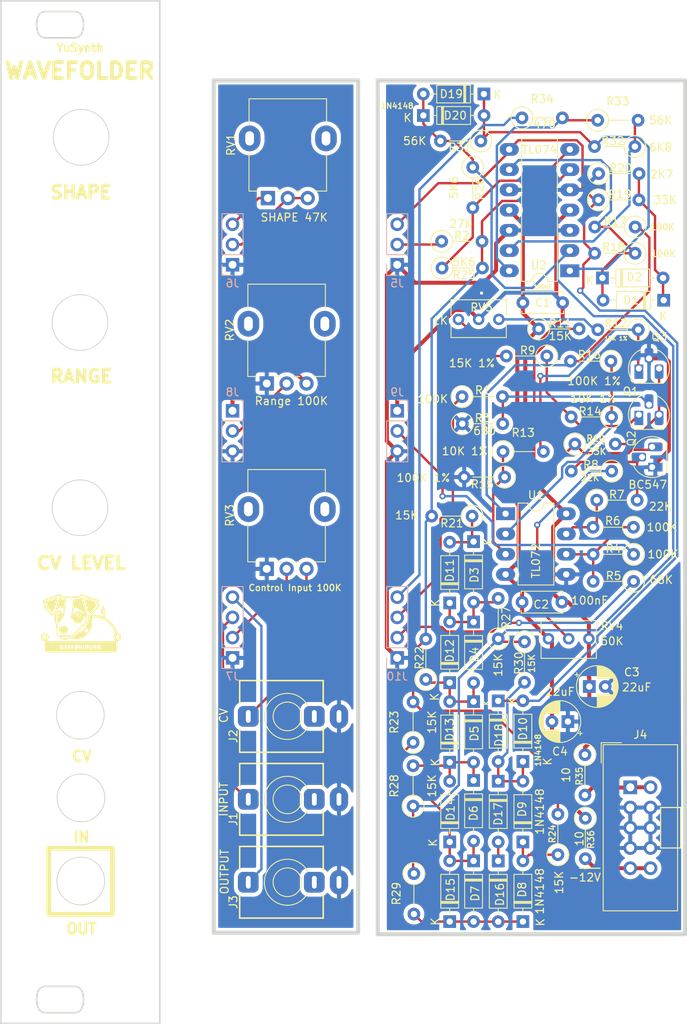
<source format=kicad_pcb>
(kicad_pcb (version 20211014) (generator pcbnew)
  (layers (0 "F.Cu" signal) (31 "B.Cu" signal) (34 "B.Paste" user) (35 "F.Paste" user) (36 "B.SilkS" user "B.Silkscreen") (37 "F.SilkS" user "F.Silkscreen") (38 "B.Mask" user) (39 "F.Mask" user) (44 "Edge.Cuts" user))
  (net 0 "")
  (net 1 "+12V")
  (net 2 "-12V")
  (net 3 "Net-(D1-Pad1)")
  (net 4 "Net-(D1-Pad2)")
  (net 5 "Net-(D11-Pad2)")
  (net 6 "Net-(D11-Pad1)")
  (net 7 "Net-(D12-Pad1)")
  (net 8 "Net-(D13-Pad1)")
  (net 9 "Net-(D14-Pad1)")
  (net 10 "Net-(D15-Pad1)")
  (net 11 "Net-(D8-Pad2)")
  (net 12 "Net-(D10-Pad1)")
  (net 13 "SHAPE CW-MainB")
  (net 14 "Net-(D16-Pad1)")
  (net 15 "Net-(D19-Pad1)")
  (net 16 "Net-(D19-Pad2)")
  (net 17 "GND")
  (net 18 "INPUT-CtrlB")
  (net 20 "Net-(J2-PadT)")
  (net 22 "OUTPUT-CtrlB")
  (net 24 "Net-(J4-Pad1)")
  (net 25 "Net-(J4-Pad10)")
  (net 26 "Net-(Q1-Pad1)")
  (net 27 "Net-(Q1-Pad2)")
  (net 28 "Net-(Q1-Pad3)")
  (net 29 "Net-(Q2-Pad2)")
  (net 30 "Net-(Q2-Pad3)")
  (net 31 "Net-(Q3-Pad1)")
  (net 32 "SHAPE WP-MainB")
  (net 33 "SHAPE WP-CtrlB")
  (net 34 "SHAPE CW-CtrlB")
  (net 35 "Net-(R4-Pad2)")
  (net 36 "CV-CtrlB")
  (net 37 "Net-(R6-Pad2)")
  (net 38 "Net-(R8-Pad1)")
  (net 39 "Net-(R9-Pad2)")
  (net 40 "Net-(R12-Pad2)")
  (net 41 "Net-(R13-Pad1)")
  (net 42 "Net-(R14-Pad1)")
  (net 43 "Net-(R16-Pad2)")
  (net 44 "Net-(R25-Pad1)")
  (net 45 "Net-(R32-Pad1)")
  (net 46 "Net-(R33-Pad1)")
  (net 47 "RANGE-CtrlB")
  (net 48 "RANGE-MainB")
  (net 49 "OUTPUT-MainB")
  (net 50 "INPUT-MainB")
  (net 51 "CV-MainB")
  (net 52 "Net-(R2-Pad2)")
  (footprint "Audio_Jack:Jack_3.5mm_QingPu_WQP-PJ398SM_Vertical" (layer "F.Cu") (at 57.4 122.56125 90)
    (fp_text reference "J1")
    (fp_text value "INPUT")
  )
  (footprint "Resistor_THT:R_Axial_DIN0207_L6.3mm_D2.5mm_P5.08mm_Vertical" (layer "F.Cu") (at 96.285 85)
    (fp_text reference "R7")
    (fp_text value "22K")
  )
  (footprint "Diode_THT:D_DO-35_SOD27_P7.62mm_Horizontal" (layer "F.Cu") (at 80.8 130.29 -90)
    (fp_text reference "D7")
    (fp_text value "1N4148")
  )
  (footprint "Potentiometer_THT:Potentiometer_Bourns_3266Y_Vertical" (layer "F.Cu") (at 78.9 62.3 180)
    (fp_text reference "RV5")
    (fp_text value "1K")
  )
  (footprint "Resistor_THT:R_Axial_DIN0207_L6.3mm_D2.5mm_P5.08mm_Vertical" (layer "F.Cu") (at 74.8 107.515 90)
    (fp_text reference "R22")
    (fp_text value "15K")
  )
  (footprint "Diode_THT:D_DO-35_SOD27_P7.62mm_Horizontal" (layer "F.Cu") (at 80.8 120.19 -90)
    (fp_text reference "D6")
    (fp_text value "1N4148")
  )
  (footprint "Potentiometer_THT:Potentiometer_Alpha_RD901F-40-00D_Single_Vertical" (layer "F.Cu") (at 54.8 70.35 90)
    (fp_text reference "RV2")
    (fp_text value "Range 100K")
  )
  (footprint "Package_TO_SOT_THT:TO-92_HandSolder" (layer "F.Cu") (at 103.25 80.85 90)
    (fp_text reference "Q2")
    (fp_text value "BC547")
  )
  (footprint "Resistor_THT:R_Axial_DIN0207_L6.3mm_D2.5mm_P5.08mm_Vertical" (layer "F.Cu") (at 86.885 37)
    (fp_text reference "R34")
    (fp_text value "470")
  )
  (footprint "Resistor_THT:R_Axial_DIN0207_L6.3mm_D2.5mm_P5.08mm_Vertical" (layer "F.Cu") (at 81.715 39.9 180)
    (fp_text reference "R31")
    (fp_text value "56K")
  )
  (footprint "Diode_THT:D_DO-35_SOD27_P7.62mm_Horizontal" (layer "F.Cu") (at 80.8 110.29 -90)
    (fp_text reference "D5")
    (fp_text value "1N4148")
  )
  (footprint "Resistor_THT:R_Axial_DIN0207_L6.3mm_D2.5mm_P5.08mm_Vertical" (layer "F.Cu") (at 93.535 77.95)
    (fp_text reference "R10")
    (fp_text value "33K")
  )
  (footprint "Resistor_THT:R_Axial_DIN0207_L6.3mm_D2.5mm_P5.08mm_Vertical" (layer "F.Cu") (at 94.8 116.95 -90)
    (fp_text reference "R35")
    (fp_text value "10")
  )
  (footprint "Resistor_THT:R_Axial_DIN0207_L6.3mm_D2.5mm_P5.08mm_Vertical" (layer "F.Cu") (at 83.9 102.415 90)
    (fp_text reference "R27")
    (fp_text value "15K")
  )
  (footprint "Diode_THT:D_DO-35_SOD27_P7.62mm_Horizontal" (layer "F.Cu") (at 77.8 107.91 90)
    (fp_text reference "D12")
    (fp_text value "1N4148")
  )
  (footprint "Resistor_THT:R_Axial_DIN0207_L6.3mm_D2.5mm_P5.08mm_Vertical" (layer "F.Cu") (at 100.9 88.4 180)
    (fp_text reference "R6")
    (fp_text value "100K")
  )
  (footprint "Resistor_THT:R_Axial_DIN0207_L6.3mm_D2.5mm_P5.08mm_Vertical" (layer "F.Cu") (at 73.3 131.885 -90)
    (fp_text reference "R29")
    (fp_text value "15K")
  )
  (footprint "Resistor_THT:R_Axial_DIN0207_L6.3mm_D2.5mm_P5.08mm_Vertical" (layer "F.Cu") (at 100.915 95.2 180)
    (fp_text reference "R5")
    (fp_text value "68K")
  )
  (footprint "Diode_THT:D_DO-35_SOD27_P7.62mm_Horizontal" (layer "F.Cu") (at 77.8 117.91 90)
    (fp_text reference "D13")
    (fp_text value "1N4148")
  )
  (footprint "Resistor_THT:R_Axial_DIN0207_L6.3mm_D2.5mm_P5.08mm_Vertical" (layer "F.Cu") (at 87.2 102.785 -90)
    (fp_text reference "R30")
    (fp_text value "15K")
  )
  (footprint "Potentiometer_THT:Potentiometer_Alpha_RD901F-40-00D_Single_Vertical" (layer "F.Cu") (at 54.95 47.075 90)
    (fp_text reference "RV1")
    (fp_text value "SHAPE 47K")
  )
  (footprint "Diode_THT:D_DO-35_SOD27_P7.62mm_Horizontal" (layer "F.Cu") (at 87 137.91 90)
    (fp_text reference "D8")
    (fp_text value "1N4148")
  )
  (footprint "Diode_THT:D_DO-35_SOD27_P7.62mm_Horizontal" (layer "F.Cu") (at 80.8 100.3 -90)
    (fp_text reference "D4")
    (fp_text value "1N4148")
  )
  (footprint "Resistor_THT:R_Axial_DIN0207_L6.3mm_D2.5mm_P5.08mm_Vertical" (layer "F.Cu") (at 79.385 75.4)
    (fp_text reference "R3")
    (fp_text value "680")
  )
  (footprint "Diode_THT:D_DO-35_SOD27_P7.62mm_Horizontal" (layer "F.Cu") (at 83.9 130.3 -90)
    (fp_text reference "D16")
    (fp_text value "1N4148")
  )
  (footprint "Resistor_THT:R_Axial_DIN0207_L6.3mm_D2.5mm_P5.08mm_Vertical" (layer "F.Cu") (at 84.5 78.9)
    (fp_text reference "R13")
    (fp_text value "10K 1%")
  )
  (footprint "Diode_THT:D_DO-35_SOD27_P7.62mm_Horizontal" (layer "F.Cu") (at 77.8 97.9 90)
    (fp_text reference "D11")
    (fp_text value "1N4148")
  )
  (footprint "Potentiometer_THT:Potentiometer_Bourns_3266Y_Vertical" (layer "F.Cu") (at 95.3 102.4)
    (fp_text reference "RV4")
    (fp_text value "50K")
  )
  (footprint "Diode_THT:D_DO-35_SOD27_P7.62mm_Horizontal" (layer "F.Cu") (at 97 57.1)
    (fp_text reference "D2")
    (fp_text value "1N4148")
  )
  (footprint "Diode_THT:D_DO-35_SOD27_P7.62mm_Horizontal" (layer "F.Cu") (at 83.9 110.2 -90)
    (fp_text reference "D18")
    (fp_text value "1N4148")
  )
  (footprint "Resistor_THT:R_Axial_DIN0207_L6.3mm_D2.5mm_P5.08mm_Vertical" (layer "F.Cu") (at 80.615 87 180)
    (fp_text reference "R21")
    (fp_text value "15K")
  )
  (footprint "Resistor_THT:R_Axial_DIN0207_L6.3mm_D2.5mm_P5.08mm_Vertical" (layer "F.Cu") (at 98.065 67.55 180)
    (fp_text reference "R16")
    (fp_text value "100K 1%")
  )
  (footprint "Resistor_THT:R_Axial_DIN0207_L6.3mm_D2.5mm_P5.08mm_Vertical" (layer "F.Cu") (at 76.785 52.5)
    (fp_text reference "R2")
    (fp_text value "27K")
  )
  (footprint "Resistor_THT:R_Axial_DIN0207_L6.3mm_D2.5mm_P5.08mm_Vertical" (layer "F.Cu") (at 96.52 44)
    (fp_text reference "R20")
    (fp_text value "2K7")
  )
  (footprint "Resistor_THT:R_Axial_DIN0207_L6.3mm_D2.5mm_P5.08mm_Vertical" (layer "F.Cu") (at 101.5 63.6 180)
    (fp_text reference "R12")
    (fp_text value "15K 1%")
  )
  (footprint "Audio_Jack:Jack_3.5mm_QingPu_WQP-PJ398SM_Vertical" (layer "F.Cu") (at 57.4 132.9725 90)
    (fp_text reference "J3")
    (fp_text value "OUTPUT")
  )
  (footprint "Diode_THT:D_DO-35_SOD27_P7.62mm_Horizontal" (layer "F.Cu") (at 77.8 137.91 90)
    (fp_text reference "D15")
    (fp_text value "1N4148")
  )
  (footprint "Package_TO_SOT_THT:TO-92_HandSolder" (layer "F.Cu") (at 101.58 68.47)
    (fp_text reference "Q3")
    (fp_text value "BC547")
  )
  (footprint "Diode_THT:D_DO-35_SOD27_P7.62mm_Horizontal" (layer "F.Cu") (at 80.8 90.2 -90)
    (fp_text reference "D3")
    (fp_text value "1N4148")
  )
  (footprint "Resistor_THT:R_Axial_DIN0207_L6.3mm_D2.5mm_P5.08mm_Vertical" (layer "F.Cu") (at 98.165 81.35 180)
    (fp_text reference "R8")
    (fp_text value "22K")
  )
  (footprint "Resistor_THT:R_Axial_DIN0207_L6.3mm_D2.5mm_P5.08mm_Vertical" (layer "F.Cu") (at 88.985 63.5)
    (fp_text reference "R11")
    (fp_text value "15K")
  )
  (footprint "eurorack:Eurorack_power_header" (layer "F.Cu") (at 100.5 121.05)
    (fp_text reference "J4")
    (fp_text value "EURO_PWR_2x5")
  )
  (footprint "Potentiometer_THT:Potentiometer_Alpha_RD901F-40-00D_Single_Vertical" (layer "F.Cu") (at 54.8 93.625 90)
    (fp_text reference "RV3")
    (fp_text value "Control Input 100K")
  )
  (footprint "Package_TO_SOT_THT:TO-92_HandSolder" (layer "F.Cu") (at 101.58 74.27)
    (fp_text reference "Q1")
    (fp_text value "BC547")
  )
  (footprint "Diode_THT:D_DO-35_SOD27_P7.62mm_Horizontal" (layer "F.Cu") (at 104.7 59.9 180)
    (fp_text reference "D1")
    (fp_text value "1N4148")
  )
  (footprint "Resistor_THT:R_Axial_DIN0207_L6.3mm_D2.5mm_P5.08mm_Vertical" (layer "F.Cu") (at 96.4 37.3)
    (fp_text reference "R33")
    (fp_text value "56K")
  )
  (footprint "Logos:Gaston-Music1" (layer "F.Cu") (at 31.45 101.45)
    (fp_text reference "G***")
    (fp_text value "LOGO" hide)
  )
  (footprint "Resistor_THT:R_Axial_DIN0207_L6.3mm_D2.5mm_P5.08mm_Vertical" (layer "F.Cu") (at 94.85 124.935 -90)
    (fp_text reference "R36")
    (fp_text value "10")
  )
  (footprint "Resistor_THT:R_Axial_DIN0207_L6.3mm_D2.5mm_P5.08mm_Vertical" (layer "F.Cu") (at 80.7 43.2 -90)
    (fp_text reference "R26")
    (fp_text value "5K6")
  )
  (footprint "Capacitor_THT:C_Disc_D5.0mm_W2.5mm_P5.00mm" (layer "F.Cu") (at 91.9 97.8 180)
    (fp_text reference "C2")
    (fp_text value "100nF")
  )
  (footprint "Capacitor_THT:C_Disc_D5.0mm_W2.5mm_P5.00mm" (layer "F.Cu") (at 92 60.2 180)
    (fp_text reference "C1")
    (fp_text value "100nF")
  )
  (footprint "Package_DIP:DIP-14_W7.62mm_LongPads" (layer "F.Cu") (at 92.9 56.2 180)
    (fp_text reference "U2")
    (fp_text value "TL074")
  )
  (footprint "Capacitor_THT:CP_Radial_D5.0mm_P2.00mm" (layer "F.Cu") (at 95.35 108.4)
    (fp_text reference "C3")
    (fp_text value "22uF")
  )
  (footprint "Resistor_THT:R_Axial_DIN0207_L6.3mm_D2.5mm_P5.08mm_Vertical" (layer "F.Cu") (at 100.915 91.8 180)
    (fp_text reference "R4")
    (fp_text value "100K")
  )
  (footprint "Package_DIP:DIP-8_W7.62mm_LongPads" (layer "F.Cu") (at 84.825 86.7)
    (fp_text reference "U1")
    (fp_text value "TL072")
  )
  (footprint "Diode_THT:D_DO-35_SOD27_P7.62mm_Horizontal" (layer "F.Cu") (at 83.9 120.29 -90)
    (fp_text reference "D17")
    (fp_text value "1N4148")
  )
  (footprint "Resistor_THT:R_Axial_DIN0207_L6.3mm_D2.5mm_P5.08mm_Vertical" (layer "F.Cu") (at 101.08 40.6 180)
    (fp_text reference "R32")
    (fp_text value "6K8")
  )
  (footprint "Capacitor_THT:CP_Radial_D5.0mm_P2.00mm" (layer "F.Cu") (at 92.655113 112.8 180)
    (fp_text reference "C4")
    (fp_text value "22uF")
  )
  (footprint "Diode_THT:D_DO-35_SOD27_P7.62mm_Horizontal" (layer "F.Cu") (at 77.8 127.91 90)
    (fp_text reference "D14")
    (fp_text value "1N4148")
  )
  (footprint "Diode_THT:D_DO-35_SOD27_P7.62mm_Horizontal" (layer "F.Cu") (at 87 117.81 90)
    (fp_text reference "D10")
    (fp_text value "1N4148")
  )
  (footprint "Resistor_THT:R_Axial_DIN0207_L6.3mm_D2.5mm_P5.08mm_Vertical" (layer "F.Cu") (at 84.7 82.1 180)
    (fp_text reference "R15")
    (fp_text value "100K 1%")
  )
  (footprint "Resistor_THT:R_Axial_DIN0207_L6.3mm_D2.5mm_P5.08mm_Vertical" (layer "F.Cu") (at 96.5 47.3)
    (fp_text reference "R19")
    (fp_text value "33K")
  )
  (footprint "Resistor_THT:R_Axial_DIN0207_L6.3mm_D2.5mm_P5.08mm_Vertical" (layer "F.Cu") (at 91.4 129.515 90)
    (fp_text reference "R24")
    (fp_text value "15K")
  )
  (footprint "Resistor_THT:R_Axial_DIN0207_L6.3mm_D2.5mm_P5.08mm_Vertical" (layer "F.Cu") (at 101.115 50.7 180)
    (fp_text reference "R17")
    (fp_text value "100K")
  )
  (footprint "Diode_THT:D_DO-35_SOD27_P7.62mm_Horizontal" (layer "F.Cu") (at 82.1 34 180)
    (fp_text reference "D19")
    (fp_text value "1N4148")
  )
  (footprint "Resistor_THT:R_Axial_DIN0207_L6.3mm_D2.5mm_P5.08mm_Vertical" (layer "F.Cu") (at 76.835 55.85)
    (fp_text reference "R25")
    (fp_text value "5K6")
  )
  (footprint "Resistor_THT:R_Axial_DIN0207_L6.3mm_D2.5mm_P5.08mm_Vertical" (layer "F.Cu") (at 73.2 115.415 90)
    (fp_text reference "R23")
    (fp_text value "15K")
  )
  (footprint "Resistor_THT:R_Axial_DIN0207_L6.3mm_D2.5mm_P5.08mm_Vertical" (layer "F.Cu") (at 79.35 72)
    (fp_text reference "R1")
    (fp_text value "100K")
  )
  (footprint "Resistor_THT:R_Axial_DIN0207_L6.3mm_D2.5mm_P5.08mm_Vertical" (layer "F.Cu") (at 98.15 74.55 180)
    (fp_text reference "R14")
    (fp_text value "10K 1%")
  )
  (footprint "Resistor_THT:R_Axial_DIN0207_L6.3mm_D2.5mm_P5.08mm_Vertical" (layer "F.Cu") (at 73.2 123.415 90)
    (fp_text reference "R28")
    (fp_text value "15K")
  )
  (footprint "Audio_Jack:Jack_3.5mm_QingPu_WQP-PJ398SM_Vertical" (layer "F.Cu") (at 57.4 112.15 90)
    (fp_text reference "J2")
    (fp_text value "CV")
  )
  (footprint "Diode_THT:D_DO-35_SOD27_P7.62mm_Horizontal" (layer "F.Cu") (at 87 127.91 90)
    (fp_text reference "D9")
    (fp_text value "1N4148")
  )
  (footprint "Resistor_THT:R_Axial_DIN0207_L6.3mm_D2.5mm_P5.08mm_Vertical" (layer "F.Cu") (at 90 66.9 180)
    (fp_text reference "R9")
    (fp_text value "15K 1%")
  )
  (footprint "Resistor_THT:R_Axial_DIN0207_L6.3mm_D2.5mm_P5.08mm_Vertical" (layer "F.Cu") (at 101.1 54 180)
    (fp_text reference "R18")
    (fp_text value "100K")
  )
  (footprint "Diode_THT:D_DO-35_SOD27_P7.62mm_Horizontal" (layer "F.Cu") (at 74.49 36.7)
    (fp_text reference "D20")
    (fp_text value "1N4148")
  )
  (footprint "Connector_PinHeader_2.54mm:PinHeader_1x03_P2.54mm_Vertical" (layer "B.Cu") (at 50.5 73.775 180)
    (fp_text reference "J8")
    (fp_text value "Conn_01x03_Female")
  )
  (footprint "Connector_PinHeader_2.54mm:PinHeader_1x03_P2.54mm_Vertical" (layer "B.Cu") (at 71.2 73.775 180)
    (fp_text reference "J9")
    (fp_text value "Conn_01x03_MALE")
  )
  (footprint "Connector_PinHeader_2.54mm:PinHeader_1x04_P2.54mm_Vertical" (layer "B.Cu") (at 50.5 104.8)
    (fp_text reference "J7")
    (fp_text value "Conn_01x04_Female")
  )
  (footprint "Connector_PinHeader_2.54mm:PinHeader_1x03_P2.54mm_Vertical" (layer "B.Cu") (at 50.5 55.44)
    (fp_text reference "J6")
    (fp_text value "Conn_01x03_Female")
  )
  (footprint "Connector_PinHeader_2.54mm:PinHeader_1x04_P2.54mm_Vertical" (layer "B.Cu") (at 71.2 104.8)
    (fp_text reference "J10")
    (fp_text value "Conn_01x04_MALE")
  )
  (footprint "Connector_PinHeader_2.54mm:PinHeader_1x03_P2.54mm_Vertical" (layer "B.Cu") (at 71.2 55.44)
    (fp_text reference "J5")
    (fp_text value "Conn_01x03_MALE")
  )
  (gr_rect (start 27.4 128.7) (end 35.4 137) (layer "F.SilkS") (width 0.6) (fill none))
  (gr_arc (start 26.039003 146.717) (mid 26.404465 146.233584) (end 26.982003 146.05) (layer "Edge.Cuts") (width 0.2))
  (gr_line (start 26.982 26.95) (end 30.658 26.95) (layer "Edge.Cuts") (width 0.2))
  (gr_line (start 26.982 149.35) (end 30.658 149.35) (layer "Edge.Cuts") (width 0.2))
  (gr_arc (start 26.039003 24.317) (mid 26.404465 23.833584) (end 26.982003 23.65) (layer "Edge.Cuts") (width 0.2))
  (gr_circle (center 31.37 112) (end 34.37 112) (layer "Edge.Cuts") (width 0.1) (fill none))
  (gr_circle (center 31.45 122.38125) (end 34.45 122.38125) (layer "Edge.Cuts") (width 0.1) (fill none))
  (gr_rect (start 48.13 32.3) (end 66.3 139.3) (layer "Edge.Cuts") (width 0.5) (fill none))
  (gr_arc (start 31.601001 146.717) (mid 31.76962 147.7) (end 31.601001 148.683) (layer "Edge.Cuts") (width 0.2))
  (gr_circle (center 31.42 132.8225) (end 34.42 132.8225) (layer "Edge.Cuts") (width 0.1) (fill none))
  (gr_arc (start 26.038999 148.683) (mid 25.87038 147.7) (end 26.038999 146.717) (layer "Edge.Cuts") (width 0.2))
  (gr_circle (center 31.47 39.438714) (end 34.97 39.438714) (layer "Edge.Cuts") (width 0.1) (fill none))
  (gr_arc (start 26.982003 26.95) (mid 26.404465 26.766416) (end 26.039003 26.283) (layer "Edge.Cuts") (width 0.2))
  (gr_arc (start 31.600997 148.683) (mid 31.235533 149.166411) (end 30.658 149.35) (layer "Edge.Cuts") (width 0.2))
  (gr_arc (start 30.657997 146.05) (mid 31.235548 146.233573) (end 31.600997 146.717) (layer "Edge.Cuts") (width 0.2))
  (gr_line (start 30.658 146.05) (end 26.982 146.05) (layer "Edge.Cuts") (width 0.2))
  (gr_line (start 21.37 22.3) (end 41.35 22.3) (layer "Edge.Cuts") (width 0.2))
  (gr_arc (start 26.038999 26.283) (mid 25.87038 25.3) (end 26.038999 24.317) (layer "Edge.Cuts") (width 0.2))
  (gr_line (start 41.35 22.3) (end 41.35 150.7) (layer "Edge.Cuts") (width 0.2))
  (gr_circle (center 31.32 85.95) (end 34.82 85.95) (layer "Edge.Cuts") (width 0.1) (fill none))
  (gr_circle (center 31.32 62.7) (end 34.82 62.7) (layer "Edge.Cuts") (width 0.1) (fill none))
  (gr_arc (start 31.601001 24.317) (mid 31.76962 25.3) (end 31.601001 26.283) (layer "Edge.Cuts") (width 0.2))
  (gr_arc (start 26.982003 149.35) (mid 26.404465 149.166416) (end 26.039003 148.683) (layer "Edge.Cuts") (width 0.2))
  (gr_arc (start 30.657997 23.65) (mid 31.235548 23.833573) (end 31.600997 24.317) (layer "Edge.Cuts") (width 0.2))
  (gr_line (start 21.37 150.7) (end 21.37 22.3) (layer "Edge.Cuts") (width 0.2))
  (gr_line (start 41.35 150.7) (end 21.37 150.7) (layer "Edge.Cuts") (width 0.2))
  (gr_line (start 30.658 23.65) (end 26.982003 23.65) (layer "Edge.Cuts") (width 0.2))
  (gr_arc (start 31.600997 26.283) (mid 31.235532 26.766404) (end 30.657997 26.95) (layer "Edge.Cuts") (width 0.2))
  (gr_rect (start 68.75 32.3) (end 107.4 139.5) (layer "Edge.Cuts") (width 0.5) (fill none))
  (gr_text "SHAPE" (at 31.45 46.35) (layer "F.SilkS") (effects (font (size 1.6 1.6) (thickness 0.4))))
  (gr_text "OUT" (at 31.5 138.8) (layer "F.SilkS") (effects (font (size 1.3 1.3) (thickness 0.325))))
  (gr_text "RANGE" (at 31.5 69.45) (layer "F.SilkS") (effects (font (size 1.6 1.6) (thickness 0.4))))
  (gr_text "IN" (at 31.5 127.3) (layer "F.SilkS") (effects (font (size 1.3 1.3) (thickness 0.325))))
  (gr_text "YuSynth" (at 31.3 28.2) (layer "F.SilkS") (effects (font (size 1 1) (thickness 0.25))))
  (gr_text "WAVEFOLDER" (at 31.3 31.1) (layer "F.SilkS") (effects (font (size 2 2) (thickness 0.5))))
  (gr_text "CV LEVEL" (at 31.5 92.9) (layer "F.SilkS") (effects (font (size 1.6 1.6) (thickness 0.4))))
  (gr_text "CV" (at 31.55 117.15) (layer "F.SilkS") (effects (font (size 1.3 1.3) (thickness 0.325))))
  (segment (start 92.445 86.7) (end 87.3 81.555) (width 0.5) (layer "F.Cu") (net 1))
  (segment (start 81.44 62.3) (end 80.27 61.13) (width 0.5) (layer "F.Cu") (net 1))
  (segment (start 95.3 107.255112) (end 95.35 107.305112) (width 0.5) (layer "F.Cu") (net 1))
  (segment (start 91.200001 59.400001) (end 91.200001 50.279999) (width 0.5) (layer "F.Cu") (net 1))
  (segment (start 50.5 70.9) (end 50.5 73.775) (width 0.5) (layer "F.Cu") (net 1))
  (segment (start 94.8 116.95) (end 94.8 116.044888) (width 0.5) (layer "F.Cu") (net 1))
  (segment (start 94.8 116.044888) (end 95.35 115.494888) (width 0.5) (layer "F.Cu") (net 1))
  (segment (start 90.795 96.695) (end 90.795 88.35) (width 0.5) (layer "F.Cu") (net 1))
  (segment (start 91.9 97.8) (end 90.795 96.695) (width 0.5) (layer "F.Cu") (net 1))
  (segment (start 58.15 68.7) (end 52.7 68.7) (width 0.5) (layer "F.Cu") (net 1))
  (segment (start 80.27 61.13) (end 78.41537 61.13) (width 0.5) (layer "F.Cu") (net 1))
  (segment (start 90.795 88.35) (end 92.445 86.7) (width 0.5) (layer "F.Cu") (net 1))
  (segment (start 71.2 68.34537) (end 71.2 73.775) (width 0.5) (layer "F.Cu") (net 1))
  (segment (start 92 62.252767) (end 92 60.2) (width 0.5) (layer "F.Cu") (net 1))
  (segment (start 95.35 115.494888) (end 95.35 108.4) (width 0.5) (layer "F.Cu") (net 1))
  (segment (start 92 60.2) (end 91.200001 59.400001) (width 0.5) (layer "F.Cu") (net 1))
  (segment (start 91.200001 50.279999) (end 92.9 48.58) (width 0.5) (layer "F.Cu") (net 1))
  (segment (start 87.3 81.555) (end 87.3 66.952767) (width 0.5) (layer "F.Cu") (net 1))
  (segment (start 59.8 70.35) (end 58.15 68.7) (width 0.5) (layer "F.Cu") (net 1))
  (segment (start 95.3 102.4) (end 95.3 100.4) (width 0.5) (layer "F.Cu") (net 1))
  (segment (start 87.3 66.952767) (end 92 62.252767) (width 0.5) (layer "F.Cu") (net 1))
  (segment (start 52.7 68.7) (end 50.5 70.9) (width 0.5) (layer "F.Cu") (net 1))
  (segment (start 92.7 97.8) (end 91.9 97.8) (width 0.5) (layer "F.Cu") (net 1))
  (segment (start 78.41537 61.13) (end 71.2 68.34537) (width 0.5) (layer "F.Cu") (net 1))
  (segment (start 95.35 107.305112) (end 95.35 108.4) (width 0.5) (layer "F.Cu") (net 1))
  (segment (start 95.3 100.4) (end 92.7 97.8) (width 0.5) (layer "F.Cu") (net 1))
  (segment (start 95.3 102.4) (end 95.3 107.255112) (width 0.5) (layer "F.Cu") (net 1))
  (segment (start 84.79 58.95) (end 81.44 62.3) (width 0.5) (layer "B.Cu") (net 1))
  (segment (start 90.75 58.95) (end 84.79 58.95) (width 0.5) (layer "B.Cu") (net 1))
  (segment (start 92 60.2) (end 90.75 58.95) (width 0.5) (layer "B.Cu") (net 1))
  (segment (start 86.475 85.625) (end 86.3 85.45) (width 0.5) (layer "F.Cu") (net 2))
  (segment (start 87 61.515) (end 88.985 63.5) (width 0.5) (layer "F.Cu") (net 2))
  (segment (start 90.655113 113.93137) (end 90.655113 112.8) (width 0.5) (layer "F.Cu") (net 2))
  (segment (start 86.3 66.185) (end 88.985 63.5) (width 0.5) (layer "F.Cu") (net 2))
  (segment (start 94.85 124.935) (end 92.3 122.385) (width 0.5) (layer "F.Cu") (net 2))
  (segment (start 86.9 97.8) (end 86.9 99.08) (width 0.5) (layer "F.Cu") (net 2))
  (segment (start 92.3 115.576257) (end 90.655113 113.93137) (width 0.5) (layer "F.Cu") (net 2))
  (segment (start 86.3 85.45) (end 86.3 66.185) (width 0.5) (layer "F.Cu") (net 2))
  (segment (start 87 60.2) (end 87 61.515) (width 0.5) (layer "F.Cu") (net 2))
  (segment (start 90.655113 102.835113) (end 90.22 102.4) (width 0.5) (layer "F.Cu") (net 2))
  (segment (start 87 50.3) (end 85.28 48.58) (width 0.5) (layer "F.Cu") (net 2))
  (segment (start 90.655113 112.8) (end 90.655113 102.835113) (width 0.5) (layer "F.Cu") (net 2))
  (segment (start 86.9 96.395) (end 84.825 94.32) (width 0.5) (layer "F.Cu") (net 2))
  (segment (start 87 60.2) (end 87 50.3) (width 0.5) (layer "F.Cu") (net 2))
  (segment (start 86.9 99.08) (end 90.22 102.4) (width 0.5) (layer "F.Cu") (net 2))
  (segment (start 92.3 122.385) (end 92.3 115.576257) (width 0.5) (layer "F.Cu") (net 2))
  (segment (start 84.825 94.32) (end 86.475 92.67) (width 0.5) (layer "F.Cu") (net 2))
  (segment (start 86.475 92.67) (end 86.475 85.625) (width 0.5) (layer "F.Cu") (net 2))
  (segment (start 86.9 97.8) (end 86.9 96.395) (width 0.5) (layer "F.Cu") (net 2))
  (segment (start 101.58 47.3) (end 101.58 44.02) (width 0.3) (layer "F.Cu") (net 3))
  (segment (start 103.61 56.09) (end 103.61 49.33) (width 0.3) (layer "F.Cu") (net 3))
  (segment (start 104.62 57.1) (end 103.61 56.09) (width 0.3) (layer "F.Cu") (net 3))
  (segment (start 101.58 44.02) (end 101.6 44) (width 0.3) (layer "F.Cu") (net 3))
  (segment (start 103.61 49.33) (end 101.58 47.3) (width 0.3) (layer "F.Cu") (net 3))
  (segment (start 104.7 59.9) (end 104.62 59.82) (width 0.3) (layer "F.Cu") (net 3))
  (segment (start 104.62 59.82) (end 104.62 57.1) (width 0.3) (layer "F.Cu") (net 3))
  (segment (start 97 56.09) (end 97 57.1) (width 0.3) (layer "F.Cu") (net 4))
  (segment (start 97.8 50.7) (end 101.1 54) (width 0.3) (layer "F.Cu") (net 4))
  (segment (start 101.1 54) (end 99.09 54) (width 0.3) (layer "F.Cu") (net 4))
  (segment (start 97 57.1) (end 97 59.82) (width 0.3) (layer "F.Cu") (net 4))
  (segment (start 96.035 50.7) (end 97.8 50.7) (width 0.3) (layer "F.Cu") (net 4))
  (segment (start 99.09 54) (end 97 56.09) (width 0.3) (layer "F.Cu") (net 4))
  (segment (start 97 59.82) (end 97.08 59.9) (width 0.3) (layer "F.Cu") (net 4))
  (segment (start 96.8 42.3) (end 98.0675 43.5675) (width 0.3) (layer "B.Cu") (net 4))
  (segment (start 85.28 43.5) (end 86.48 42.3) (width 0.3) (layer "B.Cu") (net 4))
  (segment (start 98.0675 43.5675) (end 98.0675 48.6675) (width 0.3) (layer "B.Cu") (net 4))
  (segment (start 98.0675 48.6675) (end 96.035 50.7) (width 0.3) (layer "B.Cu") (net 4))
  (segment (start 86.48 42.3) (end 96.8 42.3) (width 0.3) (layer "B.Cu") (net 4))
  (segment (start 80.615 90.015) (end 80.8 90.2) (width 0.3) (layer "F.Cu") (net 5))
  (segment (start 77.8 90.28) (end 80.72 90.28) (width 0.3) (layer "F.Cu") (net 5))
  (segment (start 80.615 87) (end 80.615 90.015) (width 0.3) (layer "F.Cu") (net 5))
  (segment (start 80.72 90.28) (end 80.8 90.2) (width 0.3) (layer "F.Cu") (net 5))
  (segment (start 80.8 97.82) (end 80.8 100.3) (width 0.3) (layer "F.Cu") (net 6))
  (segment (start 83.415 97.82) (end 83.9 97.335) (width 0.3) (layer "F.Cu") (net 6))
  (segment (start 80.8 97.82) (end 83.415 97.82) (width 0.3) (layer "F.Cu") (net 6))
  (segment (start 80.8 100.3) (end 77.81 100.3) (width 0.3) (layer "F.Cu") (net 6))
  (segment (start 77.81 100.3) (end 77.8 100.29) (width 0.3) (layer "F.Cu") (net 6))
  (segment (start 77.8 97.9) (end 77.8 100.29) (width 0.3) (layer "F.Cu") (net 6))
  (segment (start 77.8 107.91) (end 75.195 107.91) (width 0.3) (layer "F.Cu") (net 7))
  (segment (start 80.8 107.92) (end 80.8 110.29) (width 0.3) (layer "F.Cu") (net 7))
  (segment (start 77.8 110.29) (end 80.8 110.29) (width 0.3) (layer "F.Cu") (net 7))
  (segment (start 77.8 107.91) (end 77.8 110.29) (width 0.3) (layer "F.Cu") (net 7))
  (segment (start 75.195 107.91) (end 74.8 107.515) (width 0.3) (layer "F.Cu") (net 7))
  (segment (start 80.8 117.91) (end 80.8 120.19) (width 0.3) (layer "F.Cu") (net 8))
  (segment (start 77.375 118.335) (end 77.8 117.91) (width 0.3) (layer "F.Cu") (net 8))
  (segment (start 73.2 118.335) (end 77.375 118.335) (width 0.3) (layer "F.Cu") (net 8))
  (segment (start 77.8 117.91) (end 77.8 120.29) (width 0.3) (layer "F.Cu") (net 8))
  (segment (start 77.8 117.91) (end 80.8 117.91) (width 0.3) (layer "F.Cu") (net 8))
  (segment (start 77.8 125) (end 71.2 118.4) (width 0.3) (layer "F.Cu") (net 9))
  (segment (start 71.2 117.415) (end 73.2 115.415) (width 0.3) (layer "F.Cu") (net 9))
  (segment (start 80.8 130.29) (end 77.8 130.29) (width 0.3) (layer "F.Cu") (net 9))
  (segment (start 80.8 127.81) (end 80.8 130.29) (width 0.3) (layer "F.Cu") (net 9))
  (segment (start 71.2 118.4) (end 71.2 117.415) (width 0.3) (layer "F.Cu") (net 9))
  (segment (start 77.8 127.91) (end 77.8 125) (width 0.3) (layer "F.Cu") (net 9))
  (segment (start 77.8 127.91) (end 77.8 130.29) (width 0.3) (layer "F.Cu") (net 9))
  (segment (start 77.8 137.91) (end 74.245 137.91) (width 0.3) (layer "F.Cu") (net 10))
  (segment (start 74.245 137.91) (end 73.3 136.965) (width 0.3) (layer "F.Cu") (net 10))
  (segment (start 87 137.91) (end 83.91 137.91) (width 0.3) (layer "F.Cu") (net 10))
  (segment (start 80.81 137.92) (end 80.8 137.91) (width 0.3) (layer "F.Cu") (net 10))
  (segment (start 80.8 137.91) (end 77.8 137.91) (width 0.3) (layer "F.Cu") (net 10))
  (segment (start 83.9 137.92) (end 80.81 137.92) (width 0.3) (layer "F.Cu") (net 10))
  (segment (start 83.91 137.91) (end 83.9 137.92) (width 0.3) (layer "F.Cu") (net 10))
  (segment (start 87 130.29) (end 87 127.91) (width 0.3) (layer "F.Cu") (net 11))
  (segment (start 91.4 129.515) (end 87.775 129.515) (width 0.3) (layer "F.Cu") (net 11))
  (segment (start 87.775 129.515) (end 87 130.29) (width 0.3) (layer "F.Cu") (net 11))
  (segment (start 83.9 120.29) (end 87 120.29) (width 0.3) (layer "F.Cu") (net 12))
  (segment (start 83.9 117.82) (end 83.9 120.29) (width 0.3) (layer "F.Cu") (net 12))
  (segment (start 87 120.29) (end 87 117.81) (width 0.3) (layer "F.Cu") (net 12))
  (segment (start 85.05 110.015) (end 85.05 116.67) (width 0.3) (layer "B.Cu") (net 12))
  (segment (start 85.05 116.67) (end 83.9 117.82) (width 0.3) (layer "B.Cu") (net 12))
  (segment (start 87.2 107.865) (end 85.05 110.015) (width 0.3) (layer "B.Cu") (net 12))
  (segment (start 96 47.3) (end 94.5 45.8) (width 0.3) (layer "F.Cu") (net 13))
  (segment (start 93.776346 39.81) (end 86.43 39.81) (width 0.3) (layer "F.Cu") (net 13))
  (segment (start 94.5 45.8) (end 94.5 40.533654) (width 0.3) (layer "F.Cu") (net 13))
  (segment (start 94.6 55.42) (end 96.02 54) (width 0.3) (layer "F.Cu") (net 13))
  (segment (start 94.7 52.68) (end 96.02 54) (width 0.3) (layer "F.Cu") (net 13))
  (segment (start 96.5 47.3) (end 94.7 49.1) (width 0.3) (layer "F.Cu") (net 13))
  (segment (start 81.326346 45.2) (end 85.28 41.246346) (width 0.3) (layer "F.Cu") (net 13))
  (segment (start 96.5 47.3) (end 96 47.3) (width 0.3) (layer "F.Cu") (net 13))
  (segment (start 94.7 49.1) (end 94.7 52.68) (width 0.3) (layer "F.Cu") (net 13))
  (segment (start 86.43 39.81) (end 85.28 40.96) (width 0.3) (layer "F.Cu") (net 13))
  (segment (start 71.2 50.36) (end 76.36 45.2) (width 0.3) (layer "F.Cu") (net 13))
  (segment (start 94.5 40.533654) (end 93.776346 39.81) (width 0.3) (layer "F.Cu") (net 13))
  (segment (start 94.2 58.7) (end 94.6 58.3) (width 0.3) (layer "F.Cu") (net 13))
  (segment (start 94.6 58.3) (end 94.6 55.42) (width 0.3) (layer "F.Cu") (net 13))
  (segment (start 83.9 110.2) (end 86.99 110.2) (width 0.3) (layer "F.Cu") (net 13))
  (segment (start 86.99 110.2) (end 87 110.19) (width 0.3) (layer "F.Cu") (net 13))
  (segment (start 76.36 45.2) (end 81.326346 45.2) (width 0.3) (layer "F.Cu") (net 13))
  (segment (start 85.28 41.246346) (end 85.28 40.96) (width 0.3) (layer "F.Cu") (net 13))
  (via (at 94.2 58.7) (size 0.8) (drill 0.4) (layers "F.Cu" "B.Cu") (net 13))
  (segment (start 96.37 102.843209) (end 89.023209 110.19) (width 0.3) (layer "B.Cu") (net 13))
  (segment (start 94.2 58.7) (end 96.7 61.2) (width 0.3) (layer "B.Cu") (net 13))
  (segment (start 96.37 102.078452) (end 96.37 102.843209) (width 0.3) (layer "B.Cu") (net 13))
  (segment (start 106.4 92.048452) (end 96.37 102.078452) (width 0.3) (layer "B.Cu") (net 13))
  (segment (start 96.7 61.2) (end 102.35 61.2) (width 0.3) (layer "B.Cu") (net 13))
  (segment (start 89.023209 110.19) (end 87 110.19) (width 0.3) (layer "B.Cu") (net 13))
  (segment (start 106.4 65.25) (end 106.4 92.048452) (width 0.3) (layer "B.Cu") (net 13))
  (segment (start 102.35 61.2) (end 106.4 65.25) (width 0.3) (layer "B.Cu") (net 13))
  (segment (start 83.9 130.3) (end 83.9 127.91) (width 0.3) (layer "F.Cu") (net 14))
  (segment (start 82.815 38.8) (end 94.2 38.8) (width 0.3) (layer "F.Cu") (net 15))
  (segment (start 81.715 39.9) (end 82.815 38.8) (width 0.3) (layer "F.Cu") (net 15))
  (segment (start 82.11 34.01) (end 82.1 34) (width 0.3) (layer "F.Cu") (net 15))
  (segment (start 82.11 39.505) (end 81.715 39.9) (width 0.3) (layer "F.Cu") (net 15))
  (segment (start 94.2 38.8) (end 96 40.6) (width 0.3) (layer "F.Cu") (net 15))
  (segment (start 82.11 36.7) (end 82.11 34.01) (width 0.3) (layer "F.Cu") (net 15))
  (segment (start 82.11 36.7) (end 82.11 39.505) (width 0.3) (layer "F.Cu") (net 15))
  (segment (start 97.491346 55.95) (end 102.8 50.641346) (width 0.3) (layer "B.Cu") (net 15))
  (segment (start 101.506346 39.4) (end 97.2 39.4) (width 0.3) (layer "B.Cu") (net 15))
  (segment (start 102.8 40.693654) (end 101.506346 39.4) (width 0.3) (layer "B.Cu") (net 15))
  (segment (start 93.15 55.95) (end 97.491346 55.95) (width 0.3) (layer "B.Cu") (net 15))
  (segment (start 97.2 39.4) (end 96 40.6) (width 0.3) (layer "B.Cu") (net 15))
  (segment (start 102.8 50.641346) (end 102.8 40.693654) (width 0.3) (layer "B.Cu") (net 15))
  (segment (start 92.9 56.2) (end 93.15 55.95) (width 0.3) (layer "B.Cu") (net 15))
  (segment (start 87.2 102.785) (end 84.27 102.785) (width 0.3) (layer "F.Cu") (net 16))
  (segment (start 74.49 37.755) (end 76.635 39.9) (width 0.3) (layer "F.Cu") (net 16))
  (segment (start 84.27 102.785) (end 83.9 102.415) (width 0.3) (layer "F.Cu") (net 16))
  (segment (start 76.635 39.9) (end 78.4 39.9) (width 0.3) (layer "F.Cu") (net 16))
  (segment (start 73.2 123.415) (end 73.2 131.785) (width 0.3) (layer "F.Cu") (net 16))
  (segment (start 78.4 39.9) (end 80.7 42.2) (width 0.3) (layer "F.Cu") (net 16))
  (segment (start 80.7 42.2) (end 80.7 43.2) (width 0.3) (layer "F.Cu") (net 16))
  (segment (start 74.48 36.69) (end 74.49 36.7) (width 0.3) (layer "F.Cu") (net 16))
  (segment (start 74.49 36.7) (end 74.49 37.755) (width 0.3) (layer "F.Cu") (net 16))
  (segment (start 74.48 34) (end 74.48 36.69) (width 0.3) (layer "F.Cu") (net 16))
  (segment (start 73.2 131.785) (end 73.3 131.885) (width 0.3) (layer "F.Cu") (net 16))
  (segment (start 91.33 57.33) (end 91.33 55.23) (width 0.3) (layer "B.Cu") (net 16))
  (segment (start 83.9 102.415) (end 78.95 107.365) (width 0.3) (layer "B.Cu") (net 16))
  (segment (start 83.065 45.565) (end 80.7 43.2) (width 0.3) (layer "B.Cu") (net 16))
  (segment (start 105.9 91.841346) (end 105.9 65.666117) (width 0.3) (layer "B.Cu") (net 16))
  (segment (start 91.33 55.23) (end 88.21 58.35) (width 0.3) (layer "B.Cu") (net 16))
  (segment (start 95.9 61.9) (end 91.33 57.33) (width 0.3) (layer "B.Cu") (net 16))
  (segment (start 78.95 120.766346) (end 76.301346 123.415) (width 0.3) (layer "B.Cu") (net 16))
  (segment (start 83.065 56.665) (end 83.065 45.565) (width 0.3) (layer "B.Cu") (net 16))
  (segment (start 105.9 65.666117) (end 102.133883 61.9) (width 0.3) (layer "B.Cu") (net 16))
  (segment (start 92.9 53.66) (end 91.33 55.23) (width 0.3) (layer "B.Cu") (net 16))
  (segment (start 84.985 101.33) (end 96.411346 101.33) (width 0.3) (layer "B.Cu") (net 16))
  (segment (start 88.21 58.35) (end 88.05 58.35) (width 0.3) (layer "B.Cu") (net 16))
  (segment (start 88.05 58.35) (end 84.75 58.35) (width 0.3) (layer "B.Cu") (net 16))
  (segment (start 84.75 58.35) (end 83.065 56.665) (width 0.3) (layer "B.Cu") (net 16))
  (segment (start 102.133883 61.9) (end 95.9 61.9) (width 0.3) (layer "B.Cu") (net 16))
  (segment (start 76.301346 123.415) (end 73.2 123.415) (width 0.3) (layer "B.Cu") (net 16))
  (segment (start 78.95 107.365) (end 78.95 120.766346) (width 0.3) (layer "B.Cu") (net 16))
  (segment (start 96.411346 101.33) (end 105.9 91.841346) (width 0.3) (layer "B.Cu") (net 16))
  (segment (start 83.9 102.415) (end 84.985 101.33) (width 0.3) (layer "B.Cu") (net 16))
  (segment (start 73.46 57.7) (end 71.2 55.44) (width 0.5) (layer "F.Cu") (net 17))
  (segment (start 71.2 78.855) (end 69.9 77.555) (width 0.5) (layer "F.Cu") (net 17))
  (segment (start 69.9 77.555) (end 69.9 56.74) (width 0.5) (layer "F.Cu") (net 17))
  (segment (start 81.8 57.966383) (end 82.066383 57.7) (width 0.5) (layer "F.Cu") (net 17))
  (segment (start 69.9 103.5) (end 69.9 80.155) (width 0.5) (layer "F.Cu") (net 17))
  (segment (start 82.066383 57.7) (end 73.46 57.7) (width 0.5) (layer "F.Cu") (net 17))
  (segment (start 102.85 67.2) (end 104.95 67.2) (width 0.5) (layer "F.Cu") (net 17))
  (segment (start 81.8 59) (end 81.8 57.966383) (width 0.5) (layer "F.Cu") (net 17))
  (segment (start 105.35 78.75) (end 103.25 80.85) (width 0.5) (layer "F.Cu") (net 17))
  (segment (start 85.28 51.12) (end 83.63 52.77) (width 0.5) (layer "F.Cu") (net 17))
  (segment (start 83.63 56.136383) (end 82.066383 57.7) (width 0.5) (layer "F.Cu") (net 17))
  (segment (start 69.9 80.155) (end 71.2 78.855) (width 0.5) (layer "F.Cu") (net 17))
  (segment (start 105.35 67.6) (end 105.35 78.75) (width 0.5) (layer "F.Cu") (net 17))
  (segment (start 104.95 67.2) (end 105.35 67.6) (width 0.5) (layer "F.Cu") (net 17))
  (segment (start 69.9 56.74) (end 71.2 55.44) (width 0.5) (layer "F.Cu") (net 17))
  (segment (start 83.63 52.77) (end 83.63 56.136383) (width 0.5) (layer "F.Cu") (net 17))
  (segment (start 71.2 104.8) (end 69.9 103.5) (width 0.5) (layer "F.Cu") (net 17))
  (via (at 81.8 59) (size 0.8) (drill 0.4) (layers "F.Cu" "B.Cu") (net 17))
  (segment (start 49.3 100.92) (end 50.5 99.72) (width 0.3) (layer "F.Cu") (net 18))
  (segment (start 52.36125 122.56125) (end 49.3 119.5) (width 0.3) (layer "F.Cu") (net 18))
  (segment (start 52.48 122.56125) (end 52.36125 122.56125) (width 0.3) (layer "F.Cu") (net 18))
  (segment (start 49.3 119.5) (end 49.3 100.92) (width 0.3) (layer "F.Cu") (net 18))
  (segment (start 59.8 93.625) (end 59.8 104.83) (width 0.3) (layer "F.Cu") (net 20))
  (segment (start 59.8 104.83) (end 52.48 112.15) (width 0.3) (layer "F.Cu") (net 20))
  (segment (start 50.5 97.18) (end 54.13 100.81) (width 0.3) (layer "B.Cu") (net 22))
  (segment (start 54.13 131.3225) (end 52.48 132.9725) (width 0.3) (layer "B.Cu") (net 22))
  (segment (start 54.13 100.81) (end 54.13 131.3225) (width 0.3) (layer "B.Cu") (net 22))
  (segment (start 100.47 121.08) (end 95.75 121.08) (width 0.5) (layer "F.Cu") (net 24))
  (segment (start 95.75 121.08) (end 94.8 122.03) (width 0.5) (layer "F.Cu") (net 24))
  (segment (start 100.5 121.05) (end 100.47 121.08) (width 0.5) (layer "F.Cu") (net 24))
  (segment (start 103.04 121.05) (end 100.5 121.05) (width 0.5) (layer "F.Cu") (net 24))
  (segment (start 100.5 131.21) (end 96.045 131.21) (width 0.5) (layer "F.Cu") (net 25))
  (segment (start 96.045 131.21) (end 94.85 130.015) (width 0.5) (layer "F.Cu") (net 25))
  (segment (start 103.04 131.21) (end 100.5 131.21) (width 0.5) (layer "F.Cu") (net 25))
  (segment (start 90 71.48) (end 93.07 74.55) (width 0.3) (layer "F.Cu") (net 26))
  (segment (start 100.15 75.7) (end 94.22 75.7) (width 0.3) (layer "F.Cu") (net 26))
  (segment (start 90 66.9) (end 90 71.48) (width 0.3) (layer "F.Cu") (net 26))
  (segment (start 94.22 75.7) (end 93.07 74.55) (width 0.3) (layer "F.Cu") (net 26))
  (segment (start 101.58 74.27) (end 100.15 75.7) (width 0.3) (layer "F.Cu") (net 26))
  (segment (start 84.48 75.385) (end 84.465 75.4) (width 0.3) (layer "F.Cu") (net 27))
  (segment (start 84.48 72.05) (end 84.48 75.385) (width 0.3) (layer "F.Cu") (net 27))
  (segment (start 84.43 72) (end 84.48 72.05) (width 0.3) (layer "F.Cu") (net 27))
  (segment (start 84.43 72) (end 101.85 72) (width 0.3) (layer "B.Cu") (net 27))
  (segment (start 101.85 72) (end 102.85 73) (width 0.3) (layer "B.Cu") (net 27))
  (segment (start 98.615 77.95) (end 100.44 77.95) (width 0.3) (layer "F.Cu") (net 28))
  (segment (start 104.12 74.27) (end 104.12 68.47) (width 0.3) (layer "F.Cu") (net 28))
  (segment (start 100.44 77.95) (end 104.12 74.27) (width 0.3) (layer "F.Cu") (net 28))
  (segment (start 94.235 80.2) (end 101.36 80.2) (width 0.3) (layer "F.Cu") (net 29))
  (segment (start 101.36 80.2) (end 101.98 79.58) (width 0.3) (layer "F.Cu") (net 29))
  (segment (start 101.365 80.195) (end 101.365 85) (width 0.3) (layer "F.Cu") (net 29))
  (segment (start 93.085 81.35) (end 94.235 80.2) (width 0.3) (layer "F.Cu") (net 29))
  (segment (start 101.98 79.58) (end 101.365 80.195) (width 0.3) (layer "F.Cu") (net 29))
  (segment (start 88.43 66.843654) (end 88.43 80.48) (width 0.3) (layer "F.Cu") (net 30))
  (segment (start 102.88 78.68) (end 100.696117 78.68) (width 0.3) (layer "F.Cu") (net 30))
  (segment (start 91.773654 63.5) (end 88.43 66.843654) (width 0.3) (layer "F.Cu") (net 30))
  (segment (start 100.276117 79.1) (end 94.685 79.1) (width 0.3) (layer "F.Cu") (net 30))
  (segment (start 103.25 78.31) (end 102.88 78.68) (width 0.3) (layer "F.Cu") (net 30))
  (segment (start 94.685 79.1) (end 93.535 77.95) (width 0.3) (layer "F.Cu") (net 30))
  (segment (start 100.696117 78.68) (end 100.276117 79.1) (width 0.3) (layer "F.Cu") (net 30))
  (segment (start 90.585 80.9) (end 93.535 77.95) (width 0.3) (layer "F.Cu") (net 30))
  (segment (start 94.065 63.5) (end 91.773654 63.5) (width 0.3) (layer "F.Cu") (net 30))
  (segment (start 88.43 80.48) (end 88.85 80.9) (width 0.3) (layer "F.Cu") (net 30))
  (segment (start 88.85 80.9) (end 90.585 80.9) (width 0.3) (layer "F.Cu") (net 30))
  (segment (start 101.58 68.47) (end 101.5 68.39) (width 0.3) (layer "F.Cu") (net 31))
  (segment (start 89.2 69.4) (end 89.2 78.52) (width 0.3) (layer "F.Cu") (net 31))
  (segment (start 101.5 68.39) (end 101.5 63.6) (width 0.3) (layer "F.Cu") (net 31))
  (segment (start 89.2 78.52) (end 89.58 78.9) (width 0.3) (layer "F.Cu") (net 31))
  (via (at 89.2 69.4) (size 0.8) (drill 0.4) (layers "F.Cu" "B.Cu") (net 31))
  (segment (start 92.761346 69.4) (end 98.561346 63.6) (width 0.3) (layer "B.Cu") (net 31))
  (segment (start 98.561346 63.6) (end 101.5 63.6) (width 0.3) (layer "B.Cu") (net 31))
  (segment (start 89.2 69.4) (end 92.761346 69.4) (width 0.3) (layer "B.Cu") (net 31))
  (segment (start 71.2 52.9) (end 76.385 52.9) (width 0.3) (layer "F.Cu") (net 32))
  (segment (start 76.385 52.9) (end 76.785 52.5) (width 0.3) (layer "F.Cu") (net 32))
  (segment (start 51.625 52.9) (end 50.5 52.9) (width 0.3) (layer "F.Cu") (net 33))
  (segment (start 57.45 47.075) (end 59.95 47.075) (width 0.3) (layer "F.Cu") (net 33))
  (segment (start 57.45 47.075) (end 51.625 52.9) (width 0.3) (layer "F.Cu") (net 33))
  (segment (start 54.95 47.075) (end 53.785 47.075) (width 0.3) (layer "F.Cu") (net 34))
  (segment (start 53.785 47.075) (end 50.5 50.36) (width 0.3) (layer "F.Cu") (net 34))
  (segment (start 95.835 91.8) (end 92.465 91.8) (width 0.3) (layer "F.Cu") (net 35))
  (segment (start 92.465 91.8) (end 92.445 91.78) (width 0.3) (layer "F.Cu") (net 35))
  (segment (start 100.9 88.4) (end 99.235 88.4) (width 0.3) (layer "F.Cu") (net 35))
  (segment (start 95.835 91.8) (end 95.835 95.2) (width 0.3) (layer "F.Cu") (net 35))
  (segment (start 99.235 88.4) (end 95.835 91.8) (width 0.3) (layer "F.Cu") (net 35))
  (segment (start 57.3 93.625) (end 57.3 95.46) (width 0.3) (layer "F.Cu") (net 36))
  (segment (start 57.3 95.46) (end 50.5 102.26) (width 0.3) (layer "F.Cu") (net 36))
  (segment (start 96.285 85) (end 96.285 87.935) (width 0.3) (layer "F.Cu") (net 37))
  (segment (start 93.285 88.4) (end 92.445 89.24) (width 0.3) (layer "F.Cu") (net 37))
  (segment (start 95.82 88.4) (end 93.285 88.4) (width 0.3) (layer "F.Cu") (net 37))
  (segment (start 96.285 87.935) (end 95.82 88.4) (width 0.3) (layer "F.Cu") (net 37))
  (segment (start 88.8 98.44) (end 88.8 88.1) (width 0.3) (layer "F.Cu") (net 38))
  (segment (start 92.76 102.4) (end 88.8 98.44) (width 0.3) (layer "F.Cu") (net 38))
  (via (at 88.8 88.1) (size 0.8) (drill 0.4) (layers "F.Cu" "B.Cu") (net 38))
  (segment (start 88.8 88.1) (end 95.55 81.35) (width 0.3) (layer "B.Cu") (net 38))
  (segment (start 95.55 81.35) (end 98.165 81.35) (width 0.3) (layer "B.Cu") (net 38))
  (segment (start 83.5 66.9) (end 84.92 66.9) (width 0.3) (layer "F.Cu") (net 39))
  (segment (start 78.9 62.3) (end 83.5 66.9) (width 0.3) (layer "F.Cu") (net 39))
  (segment (start 83.98 62.3) (end 94.7 62.3) (width 0.3) (layer "B.Cu") (net 40))
  (segment (start 96 63.6) (end 96.42 63.6) (width 0.3) (layer "B.Cu") (net 40))
  (segment (start 94.7 62.3) (end 96 63.6) (width 0.3) (layer "B.Cu") (net 40))
  (segment (start 84.5 78.9) (end 84.5 81.9) (width 0.3) (layer "F.Cu") (net 41))
  (segment (start 83.275 83.525) (end 84.7 82.1) (width 0.3) (layer "F.Cu") (net 41))
  (segment (start 84.825 91.78) (end 83.275 90.23) (width 0.3) (layer "F.Cu") (net 41))
  (segment (start 83.275 90.23) (end 83.275 83.525) (width 0.3) (layer "F.Cu") (net 41))
  (segment (start 84.5 81.9) (end 84.7 82.1) (width 0.3) (layer "F.Cu") (net 41))
  (segment (start 98.15 67.635) (end 98.065 67.55) (width 0.3) (layer "F.Cu") (net 42))
  (segment (start 98.15 74.55) (end 98.15 67.635) (width 0.3) (layer "F.Cu") (net 42))
  (segment (start 98.15 75.8) (end 93.75 80.2) (width 0.3) (layer "B.Cu") (net 42))
  (segment (start 98.15 74.55) (end 98.15 75.8) (width 0.3) (layer "B.Cu") (net 42))
  (segment (start 84.86 89.24) (end 84.825 89.24) (width 0.3) (layer "B.Cu") (net 42))
  (segment (start 91.935 82.165) (end 84.86 89.24) (width 0.3) (layer "B.Cu") (net 42))
  (segment (start 93.75 80.2) (end 92.608654 80.2) (width 0.3) (layer "B.Cu") (net 42))
  (segment (start 91.935 80.873654) (end 91.935 82.165) (width 0.3) (layer "B.Cu") (net 42))
  (segment (start 92.608654 80.2) (end 91.935 80.873654) (width 0.3) (layer "B.Cu") (net 42))
  (segment (start 92.985 67.55) (end 94.11637 67.55) (width 0.3) (layer "F.Cu") (net 43))
  (segment (start 101.45 50.6) (end 101.215 50.6) (width 0.3) (layer "F.Cu") (net 43))
  (segment (start 102.9 52.05) (end 101.45 50.6) (width 0.3) (layer "F.Cu") (net 43))
  (segment (start 101.215 50.6) (end 101.115 50.7) (width 0.3) (layer "F.Cu") (net 43))
  (segment (start 94.11637 67.55) (end 102.9 58.76637) (width 0.3) (layer "F.Cu") (net 43))
  (segment (start 102.9 58.76637) (end 102.9 52.05) (width 0.3) (layer "F.Cu") (net 43))
  (segment (start 82.45 84.325) (end 82.45 71.65) (width 0.3) (layer "B.Cu") (net 43))
  (segment (start 82.45 71.65) (end 86.05 68.05) (width 0.3) (layer "B.Cu") (net 43))
  (segment (start 86.05 68.05) (end 92.485 68.05) (width 0.3) (layer "B.Cu") (net 43))
  (segment (start 92.485 68.05) (end 92.985 67.55) (width 0.3) (layer "B.Cu") (net 43))
  (segment (start 84.825 86.7) (end 82.45 84.325) (width 0.3) (layer "B.Cu") (net 43))
  (segment (start 84.09 44.89) (end 80.7 48.28) (width 0.3) (layer "F.Cu") (net 44))
  (segment (start 76.835 55.85) (end 80.7 51.985) (width 0.3) (layer "F.Cu") (net 44))
  (segment (start 80.7 51.985) (end 80.7 48.28) (width 0.3) (layer "F.Cu") (net 44))
  (segment (start 88.97 44.89) (end 84.09 44.89) (width 0.3) (layer "F.Cu") (net 44))
  (segment (start 92.9 40.96) (end 88.97 44.89) (width 0.3) (layer "F.Cu") (net 44))
  (segment (start 101.08 37.7) (end 101.48 37.3) (width 0.3) (layer "F.Cu") (net 45))
  (segment (start 101.08 40.6) (end 101.08 37.7) (width 0.3) (layer "F.Cu") (net 45))
  (segment (start 86.43 52.51) (end 95.851346 52.51) (width 0.3) (layer "B.Cu") (net 45))
  (segment (start 85.28 53.66) (end 86.43 52.51) (width 0.3) (layer "B.Cu") (net 45))
  (segment (start 100.4 47.961346) (end 100.4 41.28) (width 0.3) (layer "B.Cu") (net 45))
  (segment (start 100.4 41.28) (end 101.08 40.6) (width 0.3) (layer "B.Cu") (net 45))
  (segment (start 95.851346 52.51) (end 100.4 47.961346) (width 0.3) (layer "B.Cu") (net 45))
  (segment (start 96.4 37.3) (end 92.265 37.3) (width 0.3) (layer "F.Cu") (net 46))
  (segment (start 92.265 37.3) (end 91.965 37) (width 0.3) (layer "F.Cu") (net 46))
  (segment (start 85.28 56.2) (end 83.73 54.65) (width 0.3) (layer "B.Cu") (net 46))
  (segment (start 90.765 38.2) (end 91.965 37) (width 0.3) (layer "B.Cu") (net 46))
  (segment (start 83.73 54.65) (end 83.73 40.47) (width 0.3) (layer "B.Cu") (net 46))
  (segment (start 83.73 40.47) (end 86 38.2) (width 0.3) (layer "B.Cu") (net 46))
  (segment (start 86 38.2) (end 90.765 38.2) (width 0.3) (layer "B.Cu") (net 46))
  (segment (start 51.335 76.315) (end 50.5 76.315) (width 0.3) (layer "F.Cu") (net 47))
  (segment (start 57.3 70.35) (end 51.335 76.315) (width 0.3) (layer "F.Cu") (net 47))
  (segment (start 71.2 76.315) (end 76.9 82.015) (width 0.3) (layer "F.Cu") (net 48))
  (segment (start 76.9 82.015) (end 76.9 84.5) (width 0.3) (layer "F.Cu") (net 48))
  (via (at 76.9 84.5) (size 0.8) (drill 0.4) (layers "F.Cu" "B.Cu") (net 48))
  (segment (start 83.2 90.3) (end 83.53 90.63) (width 0.3) (layer "B.Cu") (net 48))
  (segment (start 79.925 84.5) (end 83.2 87.775) (width 0.3) (layer "B.Cu") (net 48))
  (segment (start 83.53 90.63) (end 99.745 90.63) (width 0.3) (layer "B.Cu") (net 48))
  (segment (start 76.9 84.5) (end 79.925 84.5) (width 0.3) (layer "B.Cu") (net 48))
  (segment (start 83.2 87.775) (end 83.2 90.3) (width 0.3) (layer "B.Cu") (net 48))
  (segment (start 99.745 90.63) (end 100.915 91.8) (width 0.3) (layer "B.Cu") (net 48))
  (segment (start 71.2 97.18) (end 74 94.38) (width 0.3) (layer "B.Cu") (net 49))
  (segment (start 74 45.988654) (end 82.088654 37.9) (width 0.3) (layer "B.Cu") (net 49))
  (segment (start 82.088654 37.9) (end 84.6 37.9) (width 0.3) (layer "B.Cu") (net 49))
  (segment (start 85.5 37) (end 86.885 37) (width 0.3) (layer "B.Cu") (net 49))
  (segment (start 74 94.38) (end 74 45.988654) (width 0.3) (layer "B.Cu") (net 49))
  (segment (start 84.6 37.9) (end 85.5 37) (width 0.3) (layer "B.Cu") (net 49))
  (segment (start 71.2 99.72) (end 76.65 94.27) (width 0.3) (layer "F.Cu") (net 50))
  (segment (start 76.65 94.27) (end 76.65 87.35) (width 0.3) (layer "F.Cu") (net 50))
  (segment (start 78.2 73.15) (end 79.35 72) (width 0.3) (layer "F.Cu") (net 50))
  (segment (start 78.2 85.8) (end 78.2 73.15) (width 0.3) (layer "F.Cu") (net 50))
  (segment (start 76.65 87.35) (end 78.2 85.8) (width 0.3) (layer "F.Cu") (net 50))
  (segment (start 71.2 102.26) (end 72.551827 100.908173) (width 0.3) (layer "F.Cu") (net 51))
  (segment (start 76.791827 100.908173) (end 77.383654 101.5) (width 0.3) (layer "F.Cu") (net 51))
  (segment (start 83.188654 101.5) (end 84.288654 100.4) (width 0.3) (layer "F.Cu") (net 51))
  (segment (start 72.551827 100.908173) (end 76.791827 100.908173) (width 0.3) (layer "F.Cu") (net 51))
  (segment (start 84.288654 100.4) (end 86.5 100.4) (width 0.3) (layer "F.Cu") (net 51))
  (segment (start 77.383654 101.5) (end 83.188654 101.5) (width 0.3) (layer "F.Cu") (net 51))
  (via (at 86.5 100.4) (size 0.8) (drill 0.4) (layers "F.Cu" "B.Cu") (net 51))
  (segment (start 86.5 100.4) (end 95.715 100.4) (width 0.3) (layer "B.Cu") (net 51))
  (segment (start 95.715 100.4) (end 100.915 95.2) (width 0.3) (layer "B.Cu") (net 51))
  (segment (start 73.2 110.335) (end 74.305 111.44) (width 0.3) (layer "F.Cu") (net 52))
  (segment (start 81.865 49.968654) (end 81.865 52.5) (width 0.3) (layer "F.Cu") (net 52))
  (segment (start 84.403654 47.43) (end 81.865 49.968654) (width 0.3) (layer "F.Cu") (net 52))
  (segment (start 74.305 111.44) (end 82.93 111.44) (width 0.3) (layer "F.Cu") (net 52))
  (segment (start 73.2 104.035) (end 74.8 102.435) (width 0.3) (layer "F.Cu") (net 52))
  (segment (start 81.865 55.8) (end 81.915 55.85) (width 0.3) (layer "F.Cu") (net 52))
  (segment (start 73.2 110.335) (end 73.2 104.035) (width 0.3) (layer "F.Cu") (net 52))
  (segment (start 88.97 47.43) (end 84.403654 47.43) (width 0.3) (layer "F.Cu") (net 52))
  (segment (start 81.865 52.5) (end 81.865 55.8) (width 0.3) (layer "F.Cu") (net 52))
  (segment (start 82.93 111.44) (end 91.4 119.91) (width 0.3) (layer "F.Cu") (net 52))
  (segment (start 91.4 119.91) (end 91.4 124.435) (width 0.3) (layer "F.Cu") (net 52))
  (segment (start 92.9 43.5) (end 88.97 47.43) (width 0.3) (layer "F.Cu") (net 52))
  (segment (start 74.8 87.735) (end 75.535 87) (width 0.3) (layer "B.Cu") (net 52))
  (segment (start 74.8 102.435) (end 74.8 87.735) (width 0.3) (layer "B.Cu") (net 52))
  (segment (start 75.535 87) (end 75.535 62.23) (width 0.3) (layer "B.Cu") (net 52))
  (segment (start 75.535 62.23) (end 81.915 55.85) (width 0.3) (layer "B.Cu") (net 52))
  (zone (net 17) (net_name "GND") (layer "B.Cu") (connect_pads (clearance 0.508)) (min_thickness 0.254) (fill yes (thermal_gap 0.508) (thermal_bridge_width 0.508))
    (polygon (pts (xy 106.93829 139.004695) (xy 69.9 139) (xy 69.8 32.8) (xy 106.63829 32.804695)))
  )
  (zone (net 17) (net_name "GND") (layer "B.Cu") (connect_pads (clearance 0.508)) (min_thickness 0.254) (fill yes (thermal_gap 0.508) (thermal_bridge_width 0.508))
    (polygon (pts (xy 65.7 138.7) (xy 48.7 138.7) (xy 48.7 32.8) (xy 65.7 32.8)))
  )
)
</source>
